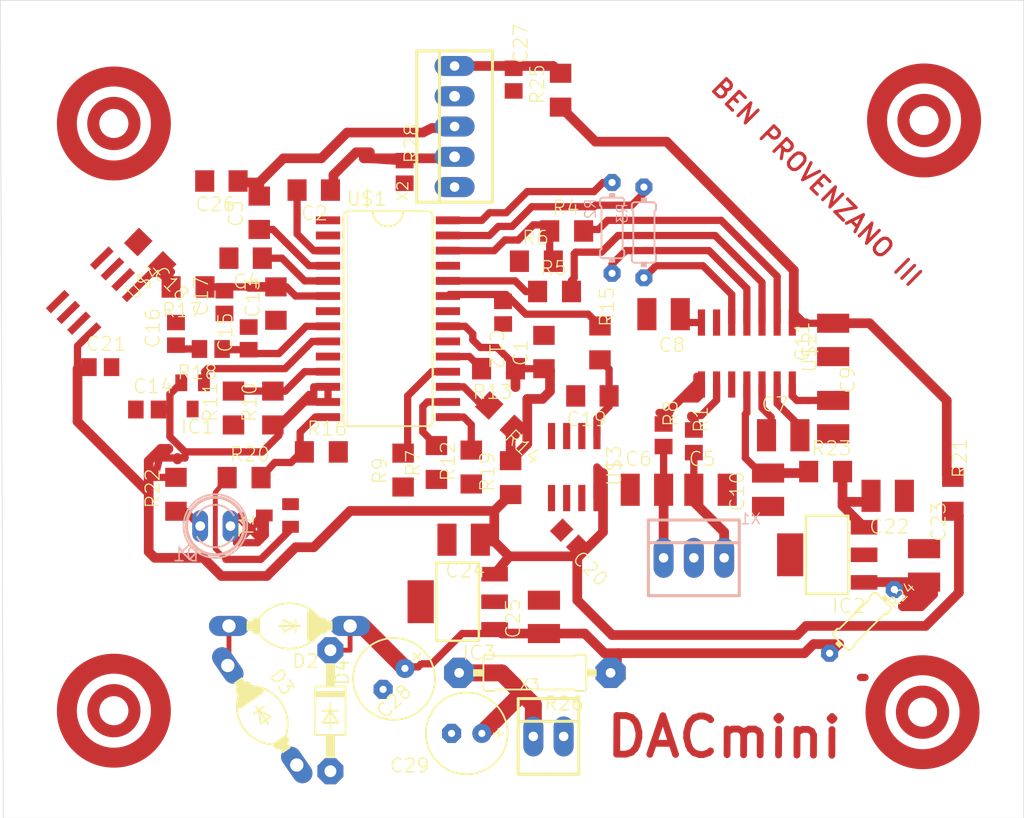
<source format=kicad_pcb>
(kicad_pcb (version 20211014) (generator pcbnew)
  (layers (0 "F.Cu" signal) (31 "B.Cu" signal) (34 "B.Paste" user) (35 "F.Paste" user) (36 "B.SilkS" user "B.Silkscreen") (37 "F.SilkS" user "F.Silkscreen") (38 "B.Mask" user) (39 "F.Mask" user) (44 "Edge.Cuts" user))
  (net 0 "")
  (net 1 "GND")
  (net 2 "N$1")
  (net 3 "N$2")
  (net 4 "N$5")
  (net 5 "N$6")
  (net 6 "N$4")
  (net 7 "N$7")
  (net 8 "N$8")
  (net 9 "N$9")
  (net 10 "N$10")
  (net 11 "N$11")
  (net 12 "N$12")
  (net 13 "N$13")
  (net 14 "N$14")
  (net 15 "N$15")
  (net 16 "N$16")
  (net 17 "N$17")
  (net 18 "N$18")
  (net 19 "N$20")
  (net 20 "N$21")
  (net 21 "N$22")
  (net 22 "N$23")
  (net 23 "N$25")
  (net 24 "N$26")
  (net 25 "N$19")
  (net 26 "N$24")
  (net 27 "N$28")
  (net 28 "N$30")
  (net 29 "N$34")
  (net 30 "N$35")
  (net 31 "N$36")
  (net 32 "N$3")
  (net 33 "N$31")
  (net 34 "N$33")
  (net 35 "N$37")
  (net 36 "N$27")
  (net 37 "N$29")
  (net 38 "N$38")
  (net 39 "N$39")
  (net 40 "N$40")
  (net 41 "N$42")
  (net 42 "N$32")
  (net 43 "N$43")
  (net 44 "N$45")
  (net 45 "N$44")
  (net 46 "N$46")
  (net 47 "N$47")
  (net 48 "N$41")
  (net 49 "N$48")
  (net 50 "N$49")
  (footprint "DAC-v1:R1206" (layer "F.Cu") (at 150.5431 92.5831)
    (fp_text reference "R6")
    (fp_text value "47k")
  )
  (footprint "DAC-v1:R1206" (layer "F.Cu") (at 125.1431 104.9021 90)
    (fp_text reference "R11")
    (fp_text value "0")
  )
  (footprint "DAC-v1:SOT223" (layer "F.Cu") (at 143.9391 121.1581 90)
    (fp_text reference "IC3")
    (fp_text value "LT1129-5")
  )
  (footprint "DAC-v1:R0805" (layer "F.Cu") (at 161.2111 107.1881 -90)
    (fp_text reference "R8")
    (fp_text value "470R")
  )
  (footprint "DAC-v1:R1206" (layer "F.Cu") (at 153.0831 90.0431)
    (fp_text reference "R4")
    (fp_text value "33R")
  )
  (footprint "DAC-v1:C0805" (layer "F.Cu") (at 117.9041 105.0291)
    (fp_text reference "C14")
    (fp_text value ".1")
  )
  (footprint "DAC-v1:R1206" (layer "F.Cu") (at 126.0321 110.7441)
    (fp_text reference "R20")
    (fp_text value "47k")
  )
  (footprint "DAC-v1:0309_12" (layer "F.Cu") (at 150.4161 127.1271 180)
    (fp_text reference "R26")
    (fp_text value "10R")
  )
  (footprint "DAC-v1:C1210" (layer "F.Cu") (at 159.8141 111.7601)
    (fp_text reference "C6")
    (fp_text value "2n2")
  )
  (footprint "DAC-v1:SO-08" (layer "F.Cu") (at 153.7181 109.8551 180)
    (fp_text reference "U$3")
    (fp_text value "LE33")
  )
  (footprint "DAC-v1:C1210" (layer "F.Cu") (at 151.1781 122.4281 90)
    (fp_text reference "C25")
    (fp_text value ".1")
  )
  (footprint "DAC-v1:SOT223" (layer "F.Cu") (at 174.9271 117.2211 90)
    (fp_text reference "IC2")
    (fp_text value "LT1129-5")
  )
  (footprint "DAC-v1:C0805" (layer "F.Cu") (at 120.3171 98.6791 90)
    (fp_text reference "C16")
    (fp_text value "22nF")
  )
  (footprint "DAC-v1:C0805" (layer "F.Cu") (at 126.4131 99.0601 90)
    (fp_text reference "C15")
    (fp_text value "1nF")
  )
  (footprint "DAC-v1:DO41-10" (layer "F.Cu") (at 133.2711 130.3021 -90)
    (fp_text reference "D4")
    (fp_text value "1N4007")
  )
  (footprint "DAC-v1:E2,5-7" (layer "F.Cu") (at 138.6051 127.6351 -136.2)
    (fp_text reference "C28")
    (fp_text value "100uF")
  )
  (footprint "DAC-v1:C1206" (layer "F.Cu") (at 118.1581 91.9481 135.8)
    (fp_text reference "C18")
    (fp_text value "10uF")
  )
  (footprint "DAC-v1:C1210" (layer "F.Cu") (at 161.2111 97.0281 180)
    (fp_text reference "C8")
    (fp_text value "2u2")
  )
  (footprint "DAC-v1:R1206" (layer "F.Cu") (at 155.8771 99.4411 -90)
    (fp_text reference "R15")
    (fp_text value "FB")
  )
  (footprint "DAC-v1:C1210" (layer "F.Cu") (at 175.4351 99.1871 90)
    (fp_text reference "C11")
    (fp_text value ".1")
  )
  (footprint "DAC-v1:SO-08" (layer "F.Cu") (at 113.5861 95.5041 134.6)
    (fp_text reference "U$4")
    (fp_text value "LE33")
  )
  (footprint "DAC-v1:C0805" (layer "F.Cu") (at 113.9671 101.4731)
    (fp_text reference "C21")
    (fp_text value ".1")
  )
  (footprint "DAC-v1:C1206" (layer "F.Cu") (at 126.1591 92.3291 180)
    (fp_text reference "C4")
    (fp_text value "10nF")
  )
  (footprint "DAC-v1:C1210" (layer "F.Cu") (at 144.4471 115.9511 180)
    (fp_text reference "C24")
    (fp_text value "10u")
  )
  (footprint "DAC-v1:C0805" (layer "F.Cu") (at 147.7491 96.9011 90.4)
    (fp_text reference "C12")
    (fp_text value ".1")
  )
  (footprint "DAC-v1:R1206" (layer "F.Cu") (at 147.3681 101.6001 180)
    (fp_text reference "R13")
    (fp_text value "47k")
  )
  (footprint "DAC-v1:C1206" (layer "F.Cu") (at 128.6991 96.1391 90)
    (fp_text reference "C13")
    (fp_text value "1nF")
  )
  (footprint "DAC-v1:SO-14" (layer "F.Cu") (at 160.5761 96.5201 180)
    (fp_text reference "U$2")
    (fp_text value "C4354")
  )
  (footprint "DAC-v1:R1206" (layer "F.Cu") (at 145.0821 109.8551 90)
    (fp_text reference "R12")
    (fp_text value "47k")
  )
  (footprint "DAC-v1:C1206" (layer "F.Cu") (at 155.2421 103.8861 180)
    (fp_text reference "C19")
    (fp_text value "10uF")
  )
  (footprint "DAC-v1:C1210" (layer "F.Cu") (at 180.0071 112.2681 180)
    (fp_text reference "C22")
    (fp_text value "10u")
  )
  (footprint "DAC-v1:C1210" (layer "F.Cu") (at 169.9741 111.7601 90)
    (fp_text reference "C10")
    (fp_text value ".1")
  )
  (footprint "DAC-v1:R1206" (layer "F.Cu") (at 120.3171 112.1411 90)
    (fp_text reference "R22")
    (fp_text value "2k2")
  )
  (footprint "DAC-v1:R1206" (layer "F.Cu") (at 152.0671 95.1231)
    (fp_text reference "R5")
    (fp_text value "33R")
  )
  (footprint "DAC-v1:22-23-2051" (layer "F.Cu") (at 143.6851 81.2801 90)
    (fp_text reference "X2")
    (fp_text value "INPUT")
  )
  (footprint "DAC-v1:DO204-10" (layer "F.Cu") (at 127.5561 130.6831 -55.3)
    (fp_text reference "D3")
    (fp_text value "8V5-TVS")
  )
  (footprint "DAC-v1:C1206" (layer "F.Cu") (at 131.8741 86.6141 180)
    (fp_text reference "C2")
    (fp_text value "10nF")
  )
  (footprint "DAC-v1:C1206" (layer "F.Cu") (at 127.3021 88.5191 90)
    (fp_text reference "C3")
    (fp_text value "10nF")
  )
  (footprint "DAC-v1:SOT23" (layer "F.Cu") (at 128.8261 113.9191 90)
    (fp_text reference "T1")
    (fp_text value "BC846")
  )
  (footprint "DAC-v1:C1210" (layer "F.Cu") (at 165.1481 111.7601)
    (fp_text reference "C5")
    (fp_text value "2n2")
  )
  (footprint "DAC-v1:SO28L" (layer "F.Cu") (at 138.0971 97.4091 -90)
    (fp_text reference "U$1")
    (fp_text value "CS8416")
  )
  (footprint "DAC-v1:C0805" (layer "F.Cu") (at 148.6381 77.3431 -90)
    (fp_text reference "C27")
    (fp_text value ".1")
  )
  (footprint "DAC-v1:R1206" (layer "F.Cu") (at 185.4681 112.1411 -90)
    (fp_text reference "R21")
    (fp_text value "FB")
  )
  (footprint "DAC-v1:SOT23" (layer "F.Cu") (at 121.7141 103.8861 180)
    (fp_text reference "IC1")
    (fp_text value "MCP130T-485")
  )
  (footprint "DAC-v1:E2,5-7" (layer "F.Cu") (at 144.7011 132.2071 180)
    (fp_text reference "C29")
    (fp_text value "100uF")
  )
  (footprint "DAC-v1:R1206" (layer "F.Cu") (at 174.8001 110.2361)
    (fp_text reference "R23")
    (fp_text value "FB")
  )
  (footprint "DAC-v1:C0805" (layer "F.Cu") (at 124.3811 96.0121 90)
    (fp_text reference "C17")
    (fp_text value ".1")
  )
  (footprint "DAC-v1:R0805" (layer "F.Cu") (at 163.7511 107.6961 -90)
    (fp_text reference "R1")
    (fp_text value "470R")
  )
  (footprint "DAC-v1:R1206" (layer "F.Cu") (at 139.3671 110.1091 90)
    (fp_text reference "R9")
    (fp_text value "47k")
  )
  (footprint "DAC-v1:C1210" (layer "F.Cu") (at 171.2441 107.1881)
    (fp_text reference "C7")
    (fp_text value "2u2")
  )
  (footprint "DAC-v1:R0805" (layer "F.Cu") (at 139.4941 85.0901 -90)
    (fp_text reference "R28")
    (fp_text value "75")
  )
  (footprint "DAC-v1:R1206" (layer "F.Cu") (at 128.4451 104.9021 90)
    (fp_text reference "R10")
    (fp_text value "DNP")
  )
  (footprint "DAC-v1:R1206" (layer "F.Cu") (at 121.3331 94.7421 180)
    (fp_text reference "R17")
    (fp_text value "FB")
  )
  (footprint "DAC-v1:C1206" (layer "F.Cu") (at 151.1781 100.2031 90)
    (fp_text reference "C1")
    (fp_text value ".1")
  )
  (footprint "DAC-v1:R0805" (layer "F.Cu") (at 123.2381 99.9491 180)
    (fp_text reference "R18")
    (fp_text value "3k")
  )
  (footprint "DAC-v1:C1210" (layer "F.Cu") (at 175.4351 105.6641 -90)
    (fp_text reference "C9")
    (fp_text value "2u2")
  )
  (footprint "DAC-v1:R1206" (layer "F.Cu") (at 142.1611 109.4741 90)
    (fp_text reference "R7")
    (fp_text value "47k")
  )
  (footprint "DAC-v1:R1206" (layer "F.Cu") (at 148.3841 110.7441 90)
    (fp_text reference "R19")
    (fp_text value "FB")
  )
  (footprint "DAC-v1:R1206" (layer "F.Cu") (at 152.5751 78.2321 90)
    (fp_text reference "R25")
    (fp_text value "47uH")
  )
  (footprint "DAC-v1:C1210" (layer "F.Cu") (at 183.0551 118.1101 -90)
    (fp_text reference "C23")
    (fp_text value ".1")
  )
  (footprint "DAC-v1:DO204-10" (layer "F.Cu") (at 129.8421 123.1901 180)
    (fp_text reference "D2")
    (fp_text value "5V-TVS")
  )
  (footprint "DAC-v1:0204_7" (layer "F.Cu") (at 177.8481 122.8091 -135.4)
    (fp_text reference "R24")
    (fp_text value "0")
  )
  (footprint "DAC-v1:C0805" (layer "F.Cu") (at 153.3371 115.8241 135)
    (fp_text reference "C20")
    (fp_text value ".1")
  )
  (footprint "DAC-v1:R1206" (layer "F.Cu") (at 132.5091 108.5851)
    (fp_text reference "R16")
    (fp_text value "47k")
  )
  (footprint "DAC-v1:R1206" (layer "F.Cu") (at 147.6221 105.6641 136.6)
    (fp_text reference "R14")
    (fp_text value "47k")
  )
  (footprint "DAC-v1:C1206" (layer "F.Cu") (at 124.1271 85.8521 180)
    (fp_text reference "C26")
    (fp_text value "30pF")
  )
  (footprint "DAC-v1:22-23-2021" (layer "F.Cu") (at 151.5591 132.4611)
    (fp_text reference "X3")
    (fp_text value "12V")
  )
  (footprint "DAC-v1:SFH482" (layer "B.Cu") (at 123.6191 114.8081)
    (fp_text reference "D1")
    (fp_text value "RED")
  )
  (footprint "DAC-v1:0204_7" (layer "B.Cu") (at 156.8931 89.7891 -90)
    (fp_text reference "R2")
    (fp_text value "33R")
  )
  (footprint "DAC-v1:22-23-2031" (layer "B.Cu") (at 163.7511 117.4751 180)
    (fp_text reference "X1")
    (fp_text value "AUDIO_OUT")
  )
  (footprint "DAC-v1:0204_7" (layer "B.Cu") (at 159.5601 90.1701 -90)
    (fp_text reference "R3")
    (fp_text value "33R")
  )
  (gr_circle (center 183.0551 80.7721) (end 184.782484 80.7721) (layer "F.Cu") (width 1.016) (fill none))
  (gr_circle (center 183.0551 80.7721) (end 186.998237 80.7721) (layer "F.Cu") (width 1.6764) (fill none))
  (gr_circle (center 182.9281 130.4291) (end 184.655484 130.4291) (layer "F.Cu") (width 1.016) (fill none))
  (gr_circle (center 182.9281 130.4291) (end 186.871237 130.4291) (layer "F.Cu") (width 1.6764) (fill none))
  (gr_circle (center 115.1101 81.0261) (end 119.053237 81.0261) (layer "F.Cu") (width 1.6764) (fill none))
  (gr_circle (center 115.1101 81.0261) (end 116.837484 81.0261) (layer "F.Cu") (width 1.016) (fill none))
  (gr_circle (center 115.1101 130.3021) (end 116.837484 130.3021) (layer "F.Cu") (width 1.016) (fill none))
  (gr_circle (center 115.1101 130.3021) (end 119.053237 130.3021) (layer "F.Cu") (width 1.6764) (fill none))
  (gr_line (start 105.5851 70.6881) (end 105.8391 139.3191) (layer "Edge.Cuts") (width 0.05))
  (gr_line (start 191.4171 70.6881) (end 105.5851 70.6881) (layer "Edge.Cuts") (width 0.05))
  (gr_line (start 191.4171 139.3191) (end 191.4171 70.6881) (layer "Edge.Cuts") (width 0.05))
  (gr_line (start 105.8391 139.3191) (end 191.4171 139.3191) (layer "Edge.Cuts") (width 0.05))
  (gr_text "DACmini" (at 156.1311 134.3661 359.7) (layer "F.Cu") (effects (font (size 3.2385 3.2385) (thickness 0.5715)) (justify left bottom)))
  (gr_text "BEN PROVENZANO III" (at 164.8941 78.1051 315.2) (layer "F.Cu") (effects (font (size 1.5113 1.5113) (thickness 0.2667)) (justify left bottom)))
  (segment (start 131.7471 99.3141) (end 133.0679 99.3141) (width 0.6096) (layer "F.Cu") (net 2))
  (segment (start 122.9841 101.6001) (end 129.4611 101.6001) (width 0.6096) (layer "F.Cu") (net 2))
  (segment (start 122.7301 102.7201) (end 122.7301 101.8541) (width 0.6096) (layer "F.Cu") (net 2))
  (segment (start 122.7301 101.8541) (end 122.9841 101.6001) (width 0.6096) (layer "F.Cu") (net 2))
  (segment (start 129.4611 101.6001) (end 131.7471 99.3141) (width 0.6096) (layer "F.Cu") (net 2))
  (segment (start 122.6641 102.7861) (end 122.7301 102.7201) (width 0.6096) (layer "F.Cu") (net 2))
  (segment (start 151.3051 89.5351) (end 151.6611 89.8911) (width 0.6096) (layer "F.Cu") (net 3))
  (segment (start 151.9651 92.5831) (end 151.6611 92.2791) (width 0.6096) (layer "F.Cu") (net 3))
  (segment (start 143.127343 91.693057) (end 146.999959 91.707441) (width 0.6096) (layer "F.Cu") (net 3))
  (segment (start 150.2891 89.5351) (end 151.3051 89.5351) (width 0.6096) (layer "F.Cu") (net 3))
  (segment (start 151.6611 89.8911) (end 151.6611 90.0431) (width 0.6096) (layer "F.Cu") (net 3))
  (segment (start 146.999959 91.707441) (end 147.91595 90.791441) (width 0.6096) (layer "F.Cu") (net 3))
  (segment (start 147.91595 90.791441) (end 147.929609 90.8051) (width 0.6096) (layer "F.Cu") (net 3))
  (segment (start 147.929609 90.8051) (end 149.0191 90.8051) (width 0.6096) (layer "F.Cu") (net 3))
  (segment (start 143.1263 91.6941) (end 143.127343 91.693057) (width 0.6096) (layer "F.Cu") (net 3))
  (segment (start 151.6611 92.2791) (end 151.6611 90.0431) (width 0.6096) (layer "F.Cu") (net 3))
  (segment (start 149.0191 90.8051) (end 150.2891 89.5351) (width 0.6096) (layer "F.Cu") (net 3))
  (segment (start 146.6061 90.4241) (end 147.3681 89.6621) (width 0.6096) (layer "F.Cu") (net 4))
  (segment (start 147.3681 89.6621) (end 148.5111 89.6621) (width 0.6096) (layer "F.Cu") (net 4))
  (segment (start 159.5601 86.8681) (end 159.5601 86.3601) (width 0.6096) (layer "F.Cu") (net 4))
  (segment (start 155.3691 88.0111) (end 155.4961 87.8841) (width 0.6096) (layer "F.Cu") (net 4))
  (segment (start 155.4961 87.8841) (end 158.5441 87.8841) (width 0.6096) (layer "F.Cu") (net 4))
  (segment (start 150.1621 88.0111) (end 155.3691 88.0111) (width 0.6096) (layer "F.Cu") (net 4))
  (segment (start 143.1263 90.4241) (end 146.6061 90.4241) (width 0.6096) (layer "F.Cu") (net 4))
  (segment (start 148.5111 89.6621) (end 150.1621 88.0111) (width 0.6096) (layer "F.Cu") (net 4))
  (segment (start 158.5441 87.8841) (end 159.5601 86.8681) (width 0.6096) (layer "F.Cu") (net 4))
  (segment (start 143.3041 89.1541) (end 143.1263 89.1541) (width 0.6096) (layer "F.Cu") (net 5))
  (segment (start 155.3691 86.7411) (end 156.1311 85.9791) (width 0.6096) (layer "F.Cu") (net 5))
  (segment (start 146.6061 88.5191) (end 145.9711 89.1541) (width 0.6096) (layer "F.Cu") (net 5))
  (segment (start 145.9711 89.1541) (end 143.1263 89.1541) (width 0.6096) (layer "F.Cu") (net 5))
  (segment (start 156.1311 85.9791) (end 156.8931 85.9791) (width 0.6096) (layer "F.Cu") (net 5))
  (segment (start 149.7811 86.7411) (end 155.3691 86.7411) (width 0.6096) (layer "F.Cu") (net 5))
  (segment (start 148.0031 88.5191) (end 146.6061 88.5191) (width 0.6096) (layer "F.Cu") (net 5))
  (segment (start 149.7811 86.7411) (end 148.0031 88.5191) (width 0.6096) (layer "F.Cu") (net 5))
  (segment (start 143.1263 94.2341) (end 148.7651 94.2341) (width 0.6096) (layer "F.Cu") (net 6))
  (segment (start 149.6541 95.1231) (end 150.6451 95.1231) (width 0.6096) (layer "F.Cu") (net 6))
  (segment (start 148.7651 94.2341) (end 149.6541 95.1231) (width 0.6096) (layer "F.Cu") (net 6))
  (segment (start 165.0211 91.6941) (end 158.0361 91.6941) (width 0.6096) (layer "F.Cu") (net 7))
  (segment (start 156.8931 93.5991) (end 156.8931 92.8371) (width 0.6096) (layer "F.Cu") (net 7))
  (segment (start 156.8931 92.8371) (end 158.0361 91.6941) (width 0.6096) (layer "F.Cu") (net 7))
  (segment (start 168.1961 94.8691) (end 165.0211 91.6941) (width 0.6096) (layer "F.Cu") (net 7))
  (segment (start 168.1961 97.7301) (end 168.1961 94.8691) (width 0.6096) (layer "F.Cu") (net 7))
  (segment (start 166.9261 97.7301) (end 166.9261 95.3771) (width 0.6096) (layer "F.Cu") (net 8))
  (segment (start 164.5131 92.9641) (end 160.5761 92.9641) (width 0.6096) (layer "F.Cu") (net 8))
  (segment (start 166.9261 95.3771) (end 164.5131 92.9641) (width 0.6096) (layer "F.Cu") (net 8))
  (segment (start 159.5601 93.9801) (end 160.5761 92.9641) (width 0.6096) (layer "F.Cu") (net 8))
  (segment (start 166.0371 89.1541) (end 170.7361 93.8531) (width 0.6096) (layer "F.Cu") (net 9))
  (segment (start 154.5051 90.0431) (end 154.6321 89.9161) (width 0.6096) (layer "F.Cu") (net 9))
  (segment (start 170.7361 93.8531) (end 170.7361 97.7301) (width 0.6096) (layer "F.Cu") (net 9))
  (segment (start 155.7501 89.9161) (end 156.5121 89.1541) (width 0.6096) (layer "F.Cu") (net 9))
  (segment (start 154.6321 89.9161) (end 155.7501 89.9161) (width 0.6096) (layer "F.Cu") (net 9))
  (segment (start 156.5121 89.1541) (end 166.0371 89.1541) (width 0.6096) (layer "F.Cu") (net 9))
  (segment (start 153.7181 93.9801) (end 153.7181 91.9481) (width 0.6096) (layer "F.Cu") (net 10))
  (segment (start 169.4661 94.3611) (end 169.4661 97.7301) (width 0.6096) (layer "F.Cu") (net 10))
  (segment (start 153.7181 91.9481) (end 153.8451 91.8211) (width 0.6096) (layer "F.Cu") (net 10))
  (segment (start 165.5291 90.4241) (end 169.4661 94.3611) (width 0.6096) (layer "F.Cu") (net 10))
  (segment (start 153.4891 94.2091) (end 153.7181 93.9801) (width 0.6096) (layer "F.Cu") (net 10))
  (segment (start 156.0041 91.8211) (end 157.4011 90.4241) (width 0.6096) (layer "F.Cu") (net 10))
  (segment (start 153.4891 95.1231) (end 153.4891 94.2091) (width 0.6096) (layer "F.Cu") (net 10))
  (segment (start 153.8451 91.8211) (end 156.0041 91.8211) (width 0.6096) (layer "F.Cu") (net 10))
  (segment (start 157.4011 90.4241) (end 165.5291 90.4241) (width 0.6096) (layer "F.Cu") (net 10))
  (segment (start 141.0181 106.9091) (end 141.0181 104.7751) (width 0.6096) (layer "F.Cu") (net 11))
  (segment (start 141.3991 104.3941) (end 143.1263 104.3941) (width 0.6096) (layer "F.Cu") (net 11))
  (segment (start 141.0181 104.7751) (end 141.3991 104.3941) (width 0.6096) (layer "F.Cu") (net 11))
  (segment (start 142.1611 108.0521) (end 141.0181 106.9091) (width 0.6096) (layer "F.Cu") (net 11))
  (segment (start 131.4931 92.9641) (end 128.4481 89.9191) (width 0.6096) (layer "F.Cu") (net 12))
  (segment (start 133.0679 92.9641) (end 131.4931 92.9641) (width 0.6096) (layer "F.Cu") (net 12))
  (segment (start 128.4481 89.9191) (end 127.3021 89.9191) (width 0.6096) (layer "F.Cu") (net 12))
  (segment (start 131.8741 91.6941) (end 130.4771 90.2971) (width 0.6096) (layer "F.Cu") (net 13))
  (segment (start 133.0679 91.6941) (end 131.8741 91.6941) (width 0.6096) (layer "F.Cu") (net 13))
  (segment (start 130.4771 90.2971) (end 130.4771 88.6431) (width 0.6096) (layer "F.Cu") (net 13))
  (segment (start 130.4771 88.6431) (end 130.4741 86.6141) (width 0.6096) (layer "F.Cu") (net 13))
  (segment (start 133.0679 94.2341) (end 131.1121 94.2341) (width 0.6096) (layer "F.Cu") (net 14))
  (segment (start 131.1121 94.2341) (end 129.2071 92.3291) (width 0.6096) (layer "F.Cu") (net 14))
  (segment (start 129.2071 92.3291) (end 127.5591 92.3291) (width 0.6096) (layer "F.Cu") (net 14))
  (segment (start 163.8781 106.0451) (end 163.7511 106.7461) (width 0.6096) (layer "F.Cu") (net 15))
  (segment (start 165.6561 104.2421) (end 165.6561 102.9301) (width 0.6096) (layer "F.Cu") (net 15))
  (segment (start 163.4971 105.5371) (end 163.4971 105.6641) (width 0.6096) (layer "F.Cu") (net 15))
  (segment (start 163.4971 105.6641) (end 163.8781 106.0451) (width 0.6096) (layer "F.Cu") (net 15))
  (segment (start 165.6561 104.2421) (end 164.3611 105.5371) (width 0.6096) (layer "F.Cu") (net 15))
  (segment (start 164.3611 105.5371) (end 163.4971 105.5371) (width 0.6096) (layer "F.Cu") (net 15))
  (segment (start 164.0051 102.8881) (end 164.0051 102.2351) (width 0.6096) (layer "F.Cu") (net 16))
  (segment (start 164.0471 102.9301) (end 164.3861 102.9301) (width 0.6096) (layer "F.Cu") (net 16))
  (segment (start 161.7191 105.2831) (end 161.7191 105.1561) (width 0.6096) (layer "F.Cu") (net 16))
  (segment (start 164.1575 103.2003) (end 164.0051 103.1241) (width 0.6096) (layer "F.Cu") (net 16))
  (segment (start 164.3861 103.7591) (end 164.3861 102.7431) (width 0.6096) (layer "F.Cu") (net 16))
  (segment (start 164.2591 103.2511) (end 164.1575 103.2003) (width 0.6096) (layer "F.Cu") (net 16))
  (segment (start 164.1575 102.9717) (end 164.1575 103.2003) (width 0.6096) (layer "F.Cu") (net 16))
  (segment (start 161.7191 105.1561) (end 162.7351 104.1401) (width 0.6096) (layer "F.Cu") (net 16))
  (segment (start 161.7191 105.2831) (end 161.5921 105.4101) (width 0.6096) (layer "F.Cu") (net 16))
  (segment (start 164.0471 102.9301) (end 164.0051 102.8881) (width 0.6096) (layer "F.Cu") (net 16))
  (segment (start 164.1321 103.6321) (end 164.2591 103.2511) (width 0.6096) (layer "F.Cu") (net 16))
  (segment (start 164.0051 102.8881) (end 163.8781 102.8701) (width 0.6096) (layer "F.Cu") (net 16))
  (segment (start 163.8781 102.8701) (end 161.4651 105.2831) (width 0.6096) (layer "F.Cu") (net 16))
  (segment (start 160.8301 105.2831) (end 161.4651 105.2831) (width 0.6096) (layer "F.Cu") (net 16))
  (segment (start 164.0051 104.1401) (end 164.3861 103.7591) (width 0.6096) (layer "F.Cu") (net 16))
  (segment (start 161.4651 105.2831) (end 161.7191 105.2831) (width 0.6096) (layer "F.Cu") (net 16))
  (segment (start 164.0051 103.1241) (end 163.4971 103.5051) (width 0.6096) (layer "F.Cu") (net 16))
  (segment (start 161.2111 105.6641) (end 161.2111 106.2381) (width 0.6096) (layer "F.Cu") (net 16))
  (segment (start 163.4971 103.5051) (end 163.2431 103.6321) (width 0.6096) (layer "F.Cu") (net 16))
  (segment (start 164.3861 102.7431) (end 164.1575 102.9717) (width 0.6096) (layer "F.Cu") (net 16))
  (segment (start 161.5921 105.4101) (end 161.4651 105.4101) (width 0.6096) (layer "F.Cu") (net 16))
  (segment (start 162.7351 104.1401) (end 164.0051 104.1401) (width 0.6096) (layer "F.Cu") (net 16))
  (segment (start 161.4651 105.4101) (end 161.2111 105.6641) (width 0.6096) (layer "F.Cu") (net 16))
  (segment (start 163.2431 103.6321) (end 164.1321 103.6321) (width 0.6096) (layer "F.Cu") (net 16))
  (segment (start 163.7481 109.2481) (end 163.7481 111.7601) (width 0.6096) (layer "F.Cu") (net 17))
  (segment (start 166.2911 117.4751) (end 166.2911 115.3161) (width 0.8128) (layer "F.Cu") (net 17))
  (segment (start 166.2911 115.3161) (end 163.7481 112.7731) (width 0.8128) (layer "F.Cu") (net 17))
  (segment (start 163.7481 112.7731) (end 163.7481 111.7601) (width 0.8128) (layer "F.Cu") (net 17))
  (segment (start 163.7511 108.6461) (end 163.7481 109.2481) (width 0.6096) (layer "F.Cu") (net 17))
  (segment (start 161.2111 117.4751) (end 161.2141 117.4721) (width 0.8128) (layer "F.Cu") (net 18))
  (segment (start 161.2141 108.6131) (end 161.2141 111.7601) (width 0.6096) (layer "F.Cu") (net 18))
  (segment (start 161.2111 108.1381) (end 161.2141 108.6131) (width 0.6096) (layer "F.Cu") (net 18))
  (segment (start 161.2141 117.4721) (end 161.2141 111.7601) (width 0.8128) (layer "F.Cu") (net 18))
  (segment (start 172.6441 106.4291) (end 172.6441 107.1881) (width 0.6096) (layer "F.Cu") (net 19))
  (segment (start 170.7361 102.9301) (end 170.7361 104.5211) (width 0.6096) (layer "F.Cu") (net 19))
  (segment (start 170.7361 104.5211) (end 172.6441 106.4291) (width 0.6096) (layer "F.Cu") (net 19))
  (segment (start 169.8471 107.1881) (end 169.8441 107.1881) (width 0.6096) (layer "F.Cu") (net 20))
  (segment (start 169.4661 102.9301) (end 169.4661 104.9021) (width 0.6096) (layer "F.Cu") (net 20))
  (segment (start 169.4661 104.9021) (end 170.2281 105.6641) (width 0.6096) (layer "F.Cu") (net 20))
  (segment (start 170.2281 105.6641) (end 170.2281 106.8071) (width 0.6096) (layer "F.Cu") (net 20))
  (segment (start 170.2281 106.8071) (end 169.8471 107.1881) (width 0.6096) (layer "F.Cu") (net 20))
  (segment (start 172.3871 104.2671) (end 172.0061 103.8861) (width 0.6096) (layer "F.Cu") (net 21))
  (segment (start 172.0061 103.8861) (end 172.0061 102.9301) (width 0.6096) (layer "F.Cu") (net 21))
  (segment (start 173.3371 104.2671) (end 172.3871 104.2671) (width 0.6096) (layer "F.Cu") (net 21))
  (segment (start 173.3401 104.2641) (end 175.4351 104.2641) (width 0.6096) (layer "F.Cu") (net 21))
  (segment (start 173.3401 104.2641) (end 173.3371 104.2671) (width 0.6096) (layer "F.Cu") (net 21))
  (segment (start 162.6111 97.0281) (end 163.3131 97.7301) (width 0.6096) (layer "F.Cu") (net 22))
  (segment (start 163.3131 97.7301) (end 164.3861 97.7301) (width 0.6096) (layer "F.Cu") (net 22))
  (segment (start 161.4651 82.5501) (end 155.4961 82.5501) (width 0.8128) (layer "F.Cu") (net 23))
  (segment (start 152.6001 79.6541) (end 152.5751 79.6541) (width 0.8128) (layer "F.Cu") (net 23))
  (segment (start 172.1331 93.3451) (end 161.4651 82.5501) (width 0.8128) (layer "F.Cu") (net 23))
  (segment (start 184.9601 110.4901) (end 185.1891 110.7191) (width 0.8128) (layer "F.Cu") (net 23))
  (segment (start 178.4801 97.7871) (end 184.9601 104.2671) (width 0.8128) (layer "F.Cu") (net 23))
  (segment (start 173.1491 97.7871) (end 175.4351 97.7871) (width 0.6096) (layer "F.Cu") (net 23))
  (segment (start 172.1331 97.0281) (end 172.8921 97.7871) (width 0.8128) (layer "F.Cu") (net 23))
  (segment (start 172.0061 97.7301) (end 172.0631 97.7871) (width 0.6096) (layer "F.Cu") (net 23))
  (segment (start 155.4961 82.5501) (end 152.6001 79.6541) (width 0.8128) (layer "F.Cu") (net 23))
  (segment (start 178.4801 97.7871) (end 175.4351 97.7871) (width 0.8128) (layer "F.Cu") (net 23))
  (segment (start 172.0631 97.7871) (end 173.1491 97.7871) (width 0.6096) (layer "F.Cu") (net 23))
  (segment (start 185.1891 110.7191) (end 185.4681 110.7191) (width 0.8128) (layer "F.Cu") (net 23))
  (segment (start 172.1331 93.3451) (end 172.1331 97.0281) (width 0.8128) (layer "F.Cu") (net 23))
  (segment (start 172.8921 97.7871) (end 173.1491 97.7871) (width 0.8128) (layer "F.Cu") (net 23))
  (segment (start 184.9601 104.2671) (end 184.9601 110.4901) (width 0.8128) (layer "F.Cu") (net 23))
  (segment (start 168.1961 105.2831) (end 168.0691 105.4101) (width 0.6096) (layer "F.Cu") (net 24))
  (segment (start 169.3361 110.3601) (end 169.9741 110.3601) (width 0.6096) (layer "F.Cu") (net 24))
  (segment (start 173.3781 110.2361) (end 173.2541 110.3601) (width 0.8128) (layer "F.Cu") (net 24))
  (segment (start 168.0691 105.4101) (end 168.0691 109.0931) (width 0.6096) (layer "F.Cu") (net 24))
  (segment (start 173.2541 110.3601) (end 169.9741 110.3601) (width 0.8128) (layer "F.Cu") (net 24))
  (segment (start 168.1961 102.9301) (end 168.1961 105.2831) (width 0.6096) (layer "F.Cu") (net 24))
  (segment (start 168.0691 109.0931) (end 169.3361 110.3601) (width 0.6096) (layer "F.Cu") (net 24))
  (segment (start 124.126787 94.807788) (end 124.126787 94.740985) (width 0.6096) (layer "F.Cu") (net 25))
  (segment (start 129.5851 94.7391) (end 128.6991 94.7391) (width 0.6096) (layer "F.Cu") (net 25))
  (segment (start 130.3501 95.5041) (end 129.5851 94.7391) (width 0.6096) (layer "F.Cu") (net 25))
  (segment (start 126.4411 94.7391) (end 128.6991 94.7391) (width 0.8128) (layer "F.Cu") (net 25))
  (segment (start 133.0679 95.5041) (end 130.3501 95.5041) (width 0.6096) (layer "F.Cu") (net 25))
  (segment (start 124.3811 95.0621) (end 124.126787 94.807788) (width 0.6096) (layer "F.Cu") (net 25))
  (segment (start 124.126787 94.740985) (end 126.4411 94.7391) (width 0.6096) (layer "F.Cu") (net 25))
  (segment (start 122.7551 94.7421) (end 124.126787 94.740985) (width 0.6096) (layer "F.Cu") (net 25))
  (segment (start 149.6541 97.0281) (end 148.0031 95.3771) (width 0.6096) (layer "F.Cu") (net 26))
  (segment (start 154.8861 97.0281) (end 149.6541 97.0281) (width 0.6096) (layer "F.Cu") (net 26))
  (segment (start 143.2533 95.3771) (end 147.6221 95.3771) (width 0.6096) (layer "F.Cu") (net 26))
  (segment (start 155.8771 98.0191) (end 154.8861 97.0281) (width 0.6096) (layer "F.Cu") (net 26))
  (segment (start 147.742465 95.951125) (end 147.6221 95.83076) (width 0.6096) (layer "F.Cu") (net 26))
  (segment (start 143.1263 95.5041) (end 143.2533 95.3771) (width 0.6096) (layer "F.Cu") (net 26))
  (segment (start 147.6221 95.83076) (end 147.6221 95.3771) (width 0.6096) (layer "F.Cu") (net 26))
  (segment (start 147.6221 95.3771) (end 148.0031 95.3771) (width 0.6096) (layer "F.Cu") (net 26))
  (segment (start 139.7481 108.8141) (end 139.7481 103.8861) (width 0.6096) (layer "F.Cu") (net 27))
  (segment (start 139.3671 108.6871) (end 139.7481 108.8141) (width 0.6096) (layer "F.Cu") (net 27))
  (segment (start 141.7801 101.8541) (end 143.1263 101.8541) (width 0.6096) (layer "F.Cu") (net 27))
  (segment (start 139.7481 103.8861) (end 141.7801 101.8541) (width 0.6096) (layer "F.Cu") (net 27))
  (segment (start 131.1121 101.8541) (end 133.0679 101.8541) (width 0.6096) (layer "F.Cu") (net 28))
  (segment (start 125.1431 103.4801) (end 128.4451 103.4801) (width 0.6096) (layer "F.Cu") (net 28))
  (segment (start 128.4451 103.4801) (end 129.4861 103.4801) (width 0.6096) (layer "F.Cu") (net 28))
  (segment (start 129.4861 103.4801) (end 131.1121 101.8541) (width 0.6096) (layer "F.Cu") (net 28))
  (segment (start 143.1263 105.6641) (end 144.4471 105.6641) (width 0.6096) (layer "F.Cu") (net 29))
  (segment (start 145.0821 106.2991) (end 145.0821 108.4331) (width 0.6096) (layer "F.Cu") (net 29))
  (segment (start 144.4471 105.6641) (end 145.0821 106.2991) (width 0.6096) (layer "F.Cu") (net 29))
  (segment (start 145.9461 101.6001) (end 144.9301 100.5841) (width 0.6096) (layer "F.Cu") (net 30))
  (segment (start 144.9301 100.5841) (end 143.1263 100.5841) (width 0.6096) (layer "F.Cu") (net 30))
  (segment (start 143.1263 103.1241) (end 144.4471 103.1241) (width 0.6096) (layer "F.Cu") (net 31))
  (segment (start 146.010062 104.687063) (end 146.588909 104.687063) (width 0.6096) (layer "F.Cu") (net 31))
  (segment (start 144.4471 103.1241) (end 146.010062 104.687063) (width 0.6096) (layer "F.Cu") (net 31))
  (segment (start 120.3171 99.6291) (end 120.6371 99.9491) (width 0.6096) (layer "F.Cu") (net 32))
  (segment (start 120.6371 99.9491) (end 122.2881 99.9491) (width 0.6096) (layer "F.Cu") (net 32))
  (segment (start 128.9531 100.3301) (end 131.2391 98.0441) (width 0.6096) (layer "F.Cu") (net 33))
  (segment (start 126.4131 100.0101) (end 126.7331 100.3301) (width 0.6096) (layer "F.Cu") (net 33))
  (segment (start 131.2391 98.0441) (end 133.0679 98.0441) (width 0.6096) (layer "F.Cu") (net 33))
  (segment (start 126.7331 100.3301) (end 128.9531 100.3301) (width 0.6096) (layer "F.Cu") (net 33))
  (segment (start 124.1881 99.9491) (end 124.2491 100.0101) (width 0.6096) (layer "F.Cu") (net 33))
  (segment (start 124.2491 100.0101) (end 126.4131 100.0101) (width 0.6096) (layer "F.Cu") (net 33))
  (segment (start 119.9361 93.4721) (end 119.161771 92.924132) (width 0.6096) (layer "F.Cu") (net 34))
  (segment (start 119.8091 94.6401) (end 119.8091 93.5991) (width 0.6096) (layer "F.Cu") (net 34))
  (segment (start 118.210781 93.5991) (end 119.8091 93.5991) (width 0.6096) (layer "F.Cu") (net 34))
  (segment (start 119.8091 93.5991) (end 119.9361 93.4721) (width 0.6096) (layer "F.Cu") (net 34))
  (segment (start 119.9111 94.7421) (end 119.8091 94.6401) (width 0.6096) (layer "F.Cu") (net 34))
  (segment (start 116.774968 95.034913) (end 118.210781 93.5991) (width 0.6096) (layer "F.Cu") (net 34))
  (segment (start 156.6421 101.6281) (end 156.6421 103.8861) (width 0.6096) (layer "F.Cu") (net 35))
  (segment (start 155.6231 105.7911) (end 156.6421 104.7721) (width 0.6096) (layer "F.Cu") (net 35))
  (segment (start 156.6421 104.7721) (end 156.6421 103.8861) (width 0.6096) (layer "F.Cu") (net 35))
  (segment (start 155.6231 107.2551) (end 155.6231 105.7911) (width 0.6096) (layer "F.Cu") (net 35))
  (segment (start 155.8771 100.8631) (end 156.6421 101.6281) (width 0.6096) (layer "F.Cu") (net 35))
  (segment (start 147.2411 99.8221) (end 148.6631 101.2441) (width 0.6096) (layer "F.Cu") (net 36))
  (segment (start 145.2091 98.6791) (end 145.2091 99.1871) (width 0.6096) (layer "F.Cu") (net 36))
  (segment (start 143.1263 98.0441) (end 144.5741 98.0441) (width 0.6096) (layer "F.Cu") (net 36))
  (segment (start 148.7901 103.1491) (end 148.7901 101.6001) (width 0.8128) (layer "F.Cu") (net 36))
  (segment (start 151.6861 101.7271) (end 151.5621 101.6031) (width 0.8128) (layer "F.Cu") (net 36))
  (segment (start 149.7811 104.1401) (end 151.0511 104.1401) (width 0.8128) (layer "F.Cu") (net 36))
  (segment (start 148.6631 101.2441) (end 148.7901 101.6001) (width 0.6096) (layer "F.Cu") (net 36))
  (segment (start 148.3841 106.912329) (end 148.655287 106.641141) (width 0.8128) (layer "F.Cu") (net 36))
  (segment (start 148.7931 101.6031) (end 151.1781 101.6031) (width 0.6096) (layer "F.Cu") (net 36))
  (segment (start 148.3841 109.3221) (end 148.3841 106.912329) (width 0.8128) (layer "F.Cu") (net 36))
  (segment (start 148.3841 109.3221) (end 149.7811 107.9251) (width 0.8128) (layer "F.Cu") (net 36))
  (segment (start 151.0511 104.1401) (end 151.6861 103.5051) (width 0.8128) (layer "F.Cu") (net 36))
  (segment (start 151.6861 103.5051) (end 151.6861 101.7271) (width 0.8128) (layer "F.Cu") (net 36))
  (segment (start 149.7811 107.9251) (end 149.7811 104.1401) (width 0.8128) (layer "F.Cu") (net 36))
  (segment (start 148.3841 102.0061) (end 148.7901 101.6001) (width 0.8128) (layer "F.Cu") (net 36))
  (segment (start 151.5621 101.6031) (end 151.1781 101.6031) (width 0.8128) (layer "F.Cu") (net 36))
  (segment (start 144.5741 98.0441) (end 145.2091 98.6791) (width 0.6096) (layer "F.Cu") (net 36))
  (segment (start 145.2091 99.1871) (end 145.8441 99.8221) (width 0.6096) (layer "F.Cu") (net 36))
  (segment (start 145.8441 99.8221) (end 147.2411 99.8221) (width 0.6096) (layer "F.Cu") (net 36))
  (segment (start 148.7901 101.6001) (end 148.7931 101.6031) (width 0.6096) (layer "F.Cu") (net 36))
  (segment (start 132.0011 105.6641) (end 130.7311 106.9341) (width 0.6096) (layer "F.Cu") (net 37))
  (segment (start 133.0679 105.6641) (end 132.0011 105.6641) (width 0.6096) (layer "F.Cu") (net 37))
  (segment (start 129.9691 109.4741) (end 130.8581 108.5851) (width 0.6096) (layer "F.Cu") (net 37))
  (segment (start 130.8581 108.5851) (end 131.0871 108.5851) (width 0.6096) (layer "F.Cu") (net 37))
  (segment (start 128.5971 109.4741) (end 129.9691 109.4741) (width 0.6096) (layer "F.Cu") (net 37))
  (segment (start 130.7311 108.2291) (end 131.0871 108.5851) (width 0.6096) (layer "F.Cu") (net 37))
  (segment (start 130.7311 106.9341) (end 130.7311 108.2291) (width 0.6096) (layer "F.Cu") (net 37))
  (segment (start 127.4541 110.7441) (end 128.5971 109.4741) (width 0.6096) (layer "F.Cu") (net 37))
  (segment (start 129.9261 115.1051) (end 129.9261 114.8691) (width 0.6096) (layer "F.Cu") (net 38))
  (segment (start 123.6191 116.7131) (end 124.5081 117.6021) (width 0.4064) (layer "F.Cu") (net 38))
  (segment (start 124.6101 110.7441) (end 123.6191 111.9891) (width 0.4064) (layer "F.Cu") (net 38))
  (segment (start 123.6191 111.9891) (end 123.6191 116.7131) (width 0.4064) (layer "F.Cu") (net 38))
  (segment (start 127.4291 117.6021) (end 129.9261 115.1051) (width 0.6096) (layer "F.Cu") (net 38))
  (segment (start 124.5081 117.6021) (end 127.4291 117.6021) (width 0.6096) (layer "F.Cu") (net 38))
  (segment (start 127.3021 115.6971) (end 127.1751 115.6971) (width 0.6096) (layer "F.Cu") (net 39))
  (segment (start 127.4291 114.5541) (end 127.4291 115.5701) (width 0.6096) (layer "F.Cu") (net 39))
  (segment (start 125.3971 116.2051) (end 127.1751 114.4271) (width 0.6096) (layer "F.Cu") (net 39))
  (segment (start 127.7261 113.9191) (end 127.8101 114.0031) (width 0.6096) (layer "F.Cu") (net 39))
  (segment (start 127.8101 114.0031) (end 127.8101 115.5701) (width 0.6096) (layer "F.Cu") (net 39))
  (segment (start 125.5241 114.1731) (end 125.7781 113.9191) (width 0.6096) (layer "F.Cu") (net 39))
  (segment (start 127.1751 114.4271) (end 127.1751 114.3001) (width 0.6096) (layer "F.Cu") (net 39))
  (segment (start 127.1751 115.6971) (end 125.6511 114.1731) (width 0.6096) (layer "F.Cu") (net 39))
  (segment (start 127.1751 114.3001) (end 127.4291 114.5541) (width 0.6096) (layer "F.Cu") (net 39))
  (segment (start 127.8101 115.5701) (end 127.1751 116.2051) (width 0.6096) (layer "F.Cu") (net 39))
  (segment (start 125.6511 114.1731) (end 125.5241 114.1731) (width 0.6096) (layer "F.Cu") (net 39))
  (segment (start 124.8891 114.8081) (end 125.5241 114.1731) (width 0.6096) (layer "F.Cu") (net 39))
  (segment (start 127.4291 115.5701) (end 127.3021 115.6971) (width 0.6096) (layer "F.Cu") (net 39))
  (segment (start 127.1751 116.2051) (end 125.3971 116.2051) (width 0.6096) (layer "F.Cu") (net 39))
  (segment (start 121.1041 113.5631) (end 120.3171 113.5631) (width 0.6096) (layer "F.Cu") (net 40))
  (segment (start 122.3491 114.8081) (end 121.1041 113.5631) (width 0.6096) (layer "F.Cu") (net 40))
  (segment (start 119.8091 105.0291) (end 119.8091 107.3151) (width 0.6096) (layer "F.Cu") (net 41))
  (segment (start 156.1311 115.3161) (end 154.0991 117.3481) (width 0.8128) (layer "F.Cu") (net 41))
  (segment (start 129.2071 106.3241) (end 129.4101 106.1211) (width 0.6096) (layer "F.Cu") (net 41))
  (segment (start 129.0801 106.1721) (end 129.3341 106.1721) (width 0.6096) (layer "F.Cu") (net 41))
  (segment (start 112.0621 106.0451) (end 118.0311 112.0141) (width 0.8128) (layer "F.Cu") (net 41))
  (segment (start 119.8091 107.3151) (end 121.0791 108.5851) (width 0.6096) (layer "F.Cu") (net 41))
  (segment (start 112.0621 101.6001) (end 112.0621 106.0451) (width 0.8128) (layer "F.Cu") (net 41))
  (segment (start 147.0121 113.5381) (end 148.3841 112.1661) (width 0.8128) (layer "F.Cu") (net 41))
  (segment (start 156.8931 123.9521) (end 153.9721 121.0311) (width 0.8128) (layer "F.Cu") (net 41))
  (segment (start 112.0621 99.696441) (end 112.0621 101.6001) (width 0.6096) (layer "F.Cu") (net 41))
  (segment (start 113.072431 98.68611) (end 112.0621 99.696441) (width 0.6096) (layer "F.Cu") (net 41))
  (segment (start 121.0791 109.0931) (end 121.0791 108.5851) (width 0.6096) (layer "F.Cu") (net 41))
  (segment (start 131.8741 116.5861) (end 130.3501 116.5861) (width 0.8128) (layer "F.Cu") (net 41))
  (segment (start 124.1271 118.9991) (end 122.6031 117.4751) (width 0.8128) (layer "F.Cu") (net 41))
  (segment (start 134.9221 113.5381) (end 131.8741 116.5861) (width 0.8128) (layer "F.Cu") (net 41))
  (segment (start 112.0621 101.6001) (end 112.1891 101.4731) (width 0.6096) (layer "F.Cu") (net 41))
  (segment (start 112.1891 101.4731) (end 113.0171 101.4731) (width 0.6096) (layer "F.Cu") (net 41))
  (segment (start 120.7641 102.7861) (end 119.8091 103.7411) (width 0.6096) (layer "F.Cu") (net 41))
  (segment (start 120.4441 109.0931) (end 120.4441 109.2201) (width 0.8128) (layer "F.Cu") (net 41))
  (segment (start 128.9531 106.3241) (end 129.2071 106.3241) (width 0.6096) (layer "F.Cu") (net 41))
  (segment (start 185.9761 120.3961) (end 185.9761 113.9191) (width 0.8128) (layer "F.Cu") (net 41))
  (segment (start 118.0311 109.3471) (end 119.0471 108.3311) (width 0.8128) (layer "F.Cu") (net 41))
  (segment (start 120.4441 109.0931) (end 121.0791 109.0931) (width 0.6096) (layer "F.Cu") (net 41))
  (segment (start 133.0679 103.1241) (end 131.8741 103.1241) (width 0.6096) (layer "F.Cu") (net 41))
  (segment (start 113.0171 101.4731) (end 112.8901 101.6001) (width 0.6096) (layer "F.Cu") (net 41))
  (segment (start 145.8471 115.9511) (end 145.9991 116.1031) (width 0.8128) (layer "F.Cu") (net 41))
  (segment (start 147.0121 116.1031) (end 147.0121 113.5381) (width 0.8128) (layer "F.Cu") (net 41))
  (segment (start 133.0679 103.1241) (end 133.0679 104.3941) (width 0.6096) (layer "F.Cu") (net 41))
  (segment (start 155.6231 112.4551) (end 155.6231 109.8551) (width 0.6096) (layer "F.Cu") (net 41))
  (segment (start 127.5561 108.5851) (end 128.9531 107.1881) (width 0.6096) (layer "F.Cu") (net 41))
  (segment (start 118.5391 117.4751) (end 118.0311 116.9671) (width 0.8128) (layer "F.Cu") (net 41))
  (segment (start 153.9721 121.0311) (end 153.9721 117.3481) (width 0.8128) (layer "F.Cu") (net 41))
  (segment (start 131.8741 103.7591) (end 131.4931 103.7591) (width 0.6096) (layer "F.Cu") (net 41))
  (segment (start 148.2571 117.3735) (end 148.2571 117.3481) (width 0.8128) (layer "F.Cu") (net 41))
  (segment (start 156.1311 110.3631) (end 156.1311 115.3161) (width 0.8128) (layer "F.Cu") (net 41))
  (segment (start 128.6231 106.1211) (end 129.4101 106.1211) (width 0.6096) (layer "F.Cu") (net 41))
  (segment (start 148.2571 117.3481) (end 147.0121 116.1031) (width 0.8128) (layer "F.Cu") (net 41))
  (segment (start 147.0379 118.8467) (end 148.2571 117.3735) (width 0.8128) (layer "F.Cu") (net 41))
  (segment (start 129.3341 106.1721) (end 129.4611 106.0451) (width 0.6096) (layer "F.Cu") (net 41))
  (segment (start 131.8741 103.1241) (end 131.8741 103.7591) (width 0.6096) (layer "F.Cu") (net 41))
  (segment (start 118.5391 110.7191) (end 119.0471 108.7121) (width 0.6096) (layer "F.Cu") (net 41))
  (segment (start 119.3011 108.7121) (end 119.0471 108.7121) (width 0.8128) (layer "F.Cu") (net 41))
  (segment (start 119.0471 108.3311) (end 119.6821 108.3311) (width 0.8128) (layer "F.Cu") (net 41))
  (segment (start 131.1371 104.3941) (end 133.0679 104.3941) (width 0.6096) (layer "F.Cu") (net 41))
  (segment (start 155.6231 109.8551) (end 156.1311 110.3631) (width 0.6096) (layer "F.Cu") (net 41))
  (segment (start 118.0311 116.9671) (end 118.0311 112.0141) (width 0.8128) (layer "F.Cu") (net 41))
  (segment (start 183.1821 123.1901) (end 185.9761 120.3961) (width 0.8128) (layer "F.Cu") (net 41))
  (segment (start 127.9371 118.9991) (end 124.1271 118.9991) (width 0.8128) (layer "F.Cu") (net 41))
  (segment (start 131.8741 104.2671) (end 131.8741 103.7591) (width 0.6096) (layer "F.Cu") (net 41))
  (segment (start 119.3011 109.0931) (end 119.3011 108.7121) (width 0.6096) (layer "F.Cu") (net 41))
  (segment (start 119.8091 103.7411) (end 119.8091 105.0291) (width 0.6096) (layer "F.Cu") (net 41))
  (segment (start 118.8541 105.0291) (end 119.8091 105.0291) (width 0.6096) (layer "F.Cu") (net 41))
  (segment (start 119.6821 108.3311) (end 119.3011 108.7121) (width 0.8128) (layer "F.Cu") (net 41))
  (segment (start 128.9531 107.1881) (end 128.9531 106.3241) (width 0.6096) (layer "F.Cu") (net 41))
  (segment (start 131.4931 103.7591) (end 129.0801 106.1721) (width 0.6096) (layer "F.Cu") (net 41))
  (segment (start 154.00885 117.25785) (end 154.00885 116.495854) (width 0.8128) (layer "F.Cu") (net 41))
  (segment (start 121.0791 108.5851) (end 127.5561 108.5851) (width 0.6096) (layer "F.Cu") (net 41))
  (segment (start 172.4121 123.9521) (end 173.1741 123.1901) (width 0.8128) (layer "F.Cu") (net 41))
  (segment (start 153.9721 117.3481) (end 148.2571 117.3481) (width 0.8128) (layer "F.Cu") (net 41))
  (segment (start 129.4101 106.1211) (end 131.1371 104.3941) (width 0.6096) (layer "F.Cu") (net 41))
  (segment (start 120.3171 110.7191) (end 118.5391 110.7191) (width 0.6096) (layer "F.Cu") (net 41))
  (segment (start 118.0311 112.0141) (end 118.0311 109.3471) (width 0.8128) (layer "F.Cu") (net 41))
  (segment (start 185.9761 113.9191) (end 185.6201 113.5631) (width 0.8128) (layer "F.Cu") (net 41))
  (segment (start 173.1741 123.1901) (end 183.1821 123.1901) (width 0.8128) (layer "F.Cu") (net 41))
  (segment (start 130.3501 116.5861) (end 127.9371 118.9991) (width 0.8128) (layer "F.Cu") (net 41))
  (segment (start 185.6201 113.5631) (end 185.4681 113.5631) (width 0.8128) (layer "F.Cu") (net 41))
  (segment (start 120.4441 109.0931) (end 119.3011 109.0931) (width 0.6096) (layer "F.Cu") (net 41))
  (segment (start 122.6031 117.4751) (end 118.5391 117.4751) (width 0.8128) (layer "F.Cu") (net 41))
  (segment (start 154.0991 117.3481) (end 153.9721 117.3481) (width 0.8128) (layer "F.Cu") (net 41))
  (segment (start 147.0121 113.5381) (end 134.9221 113.5381) (width 0.8128) (layer "F.Cu") (net 41))
  (segment (start 154.0991 117.3481) (end 154.00885 117.25785) (width 0.8128) (layer "F.Cu") (net 41))
  (segment (start 145.9991 116.1031) (end 147.0121 116.1031) (width 0.8128) (layer "F.Cu") (net 41))
  (segment (start 112.8901 101.6001) (end 112.0621 101.6001) (width 0.6096) (layer "F.Cu") (net 41))
  (segment (start 172.4121 123.9521) (end 156.8931 123.9521) (width 0.8128) (layer "F.Cu") (net 41))
  (segment (start 128.4451 106.3241) (end 128.9531 106.3241) (width 0.6096) (layer "F.Cu") (net 41))
  (segment (start 178.0991 112.7761) (end 176.2221 112.7761) (width 0.8128) (layer "F.Cu") (net 42))
  (segment (start 178.6071 112.2681) (end 178.0991 112.7761) (width 0.8128) (layer "F.Cu") (net 42))
  (segment (start 178.0259 114.9097) (end 176.2221 113.1059) (width 0.8128) (layer "F.Cu") (net 42))
  (segment (start 176.2221 112.7761) (end 176.2221 110.2361) (width 0.8128) (layer "F.Cu") (net 42))
  (segment (start 176.2221 113.1059) (end 176.2221 112.7761) (width 0.8128) (layer "F.Cu") (net 42))
  (segment (start 181.2771 121.5391) (end 182.6741 120.1421) (width 0.8128) (layer "F.Cu") (net 43))
  (segment (start 183.0551 119.5101) (end 182.6771 119.8881) (width 0.8128) (layer "F.Cu") (net 43))
  (segment (start 182.431303 120.133897) (end 182.6771 119.8881) (width 0.8128) (layer "F.Cu") (net 43))
  (segment (start 182.6741 120.1421) (end 183.3091 120.1421) (width 0.8128) (layer "F.Cu") (net 43))
  (segment (start 183.8171 120.0151) (end 183.8171 120.5231) (width 0.8128) (layer "F.Cu") (net 43))
  (segment (start 182.4201 121.0311) (end 181.522896 120.133897) (width 0.8128) (layer "F.Cu") (net 43))
  (segment (start 183.3091 120.1421) (end 182.4201 121.0311) (width 0.8128) (layer "F.Cu") (net 43))
  (segment (start 183.6901 119.8881) (end 183.8171 120.0151) (width 0.8128) (layer "F.Cu") (net 43))
  (segment (start 183.8171 120.5231) (end 182.8011 121.5391) (width 0.8128) (layer "F.Cu") (net 43))
  (segment (start 178.0483 119.5101) (end 183.0551 119.5101) (width 0.8128) (layer "F.Cu") (net 43))
  (segment (start 178.0259 119.5325) (end 178.0483 119.5101) (width 0.8128) (layer "F.Cu") (net 43))
  (segment (start 182.8011 121.5391) (end 181.2771 121.5391) (width 0.8128) (layer "F.Cu") (net 43))
  (segment (start 182.6771 119.8881) (end 183.6901 119.8881) (width 0.8128) (layer "F.Cu") (net 43))
  (segment (start 181.522896 120.133897) (end 180.560918 120.133897) (width 0.8128) (layer "F.Cu") (net 43))
  (segment (start 157.4011 125.4761) (end 156.2581 125.4761) (width 0.8128) (layer "F.Cu") (net 44))
  (segment (start 157.4011 126.4921) (end 157.4011 125.4761) (width 0.6096) (layer "F.Cu") (net 44))
  (segment (start 139.658715 126.6191) (end 140.6371 126.6191) (width 0.6096) (layer "F.Cu") (net 44))
  (segment (start 175.905484 124.7141) (end 173.7841 124.7141) (width 0.8128) (layer "F.Cu") (net 44))
  (segment (start 133.2711 125.2221) (end 134.9221 125.2221) (width 0.4064) (layer "F.Cu") (net 44))
  (segment (start 139.521734 126.756082) (end 135.955753 123.1901) (width 1.4224) (layer "F.Cu") (net 44))
  (segment (start 154.6101 123.8281) (end 151.1781 123.8281) (width 0.8128) (layer "F.Cu") (net 44))
  (segment (start 140.6371 126.6191) (end 140.8911 126.3651) (width 0.6096) (layer "F.Cu") (net 44))
  (segment (start 173.0221 125.4761) (end 157.4011 125.4761) (width 0.8128) (layer "F.Cu") (net 44))
  (segment (start 148.0031 123.8281) (end 151.1781 123.8281) (width 0.8128) (layer "F.Cu") (net 44))
  (segment (start 140.8911 126.3651) (end 141.7801 126.3651) (width 0.6096) (layer "F.Cu") (net 44))
  (segment (start 147.6505 123.8281) (end 148.0031 123.8281) (width 0.8128) (layer "F.Cu") (net 44))
  (segment (start 147.494234 123.736625) (end 147.6505 123.8281) (width 0.8128) (layer "F.Cu") (net 44))
  (segment (start 156.7661 127.1271) (end 157.4011 126.4921) (width 0.6096) (layer "F.Cu") (net 44))
  (segment (start 135.955753 123.1901) (end 134.9221 123.1901) (width 1.4224) (layer "F.Cu") (net 44))
  (segment (start 141.7801 126.3651) (end 144.3171 123.8281) (width 0.6096) (layer "F.Cu") (net 44))
  (segment (start 147.0379 123.4695) (end 147.494234 123.736625) (width 0.8128) (layer "F.Cu") (net 44))
  (segment (start 156.2581 125.4761) (end 154.6101 123.8281) (width 0.8128) (layer "F.Cu") (net 44))
  (segment (start 144.3171 123.8281) (end 148.0031 123.8281) (width 0.6096) (layer "F.Cu") (net 44))
  (segment (start 173.7841 124.7141) (end 173.0221 125.4761) (width 0.8128) (layer "F.Cu") (net 44))
  (segment (start 175.135278 125.484307) (end 175.905484 124.7141) (width 0.8128) (layer "F.Cu") (net 44))
  (segment (start 134.9221 125.2221) (end 134.9221 123.1901) (width 0.4064) (layer "F.Cu") (net 44))
  (segment (start 139.521734 126.756082) (end 139.658715 126.6191) (width 0.6096) (layer "F.Cu") (net 44))
  (segment (start 175.905484 124.7141) (end 175.9431 124.7141) (width 0.8128) (layer "F.Cu") (net 44))
  (segment (start 132.5091 83.9471) (end 129.3341 83.9471) (width 0.8128) (layer "F.Cu") (net 45))
  (segment (start 141.0181 81.7881) (end 134.6681 81.7881) (width 0.8128) (layer "F.Cu") (net 45))
  (segment (start 141.7801 81.4071) (end 141.0181 81.7881) (width 0.8128) (layer "F.Cu") (net 45))
  (segment (start 134.6681 81.7881) (end 132.5091 83.9471) (width 0.8128) (layer "F.Cu") (net 45))
  (segment (start 127.3021 85.9791) (end 127.3021 87.1191) (width 0.8128) (layer "F.Cu") (net 45))
  (segment (start 129.3341 83.9471) (end 127.3021 85.9791) (width 0.8128) (layer "F.Cu") (net 45))
  (segment (start 143.5581 81.4071) (end 141.7801 81.4071) (width 0.8128) (layer "F.Cu") (net 45))
  (segment (start 125.6541 85.9791) (end 127.3021 85.9791) (width 0.8128) (layer "F.Cu") (net 45))
  (segment (start 143.6851 81.2801) (end 143.5581 81.4071) (width 0.8128) (layer "F.Cu") (net 45))
  (segment (start 125.5271 85.8521) (end 125.6541 85.9791) (width 0.8128) (layer "F.Cu") (net 45))
  (segment (start 143.5581 83.9471) (end 136.7001 83.9471) (width 0.8128) (layer "F.Cu") (net 46))
  (segment (start 139.4941 84.1401) (end 136.7001 83.9471) (width 0.8128) (layer "F.Cu") (net 46))
  (segment (start 136.5731 83.4391) (end 136.0651 83.9471) (width 0.8128) (layer "F.Cu") (net 46))
  (segment (start 133.5251 86.3631) (end 133.5251 85.3441) (width 0.8128) (layer "F.Cu") (net 46))
  (segment (start 136.0651 83.9471) (end 136.7001 83.9471) (width 0.8128) (layer "F.Cu") (net 46))
  (segment (start 133.2741 86.6141) (end 133.5251 86.3631) (width 0.8128) (layer "F.Cu") (net 46))
  (segment (start 133.5251 85.3441) (end 135.4301 83.4391) (width 0.8128) (layer "F.Cu") (net 46))
  (segment (start 135.4301 83.4391) (end 136.5731 83.4391) (width 0.8128) (layer "F.Cu") (net 46))
  (segment (start 143.6851 83.8201) (end 143.5581 83.9471) (width 0.8128) (layer "F.Cu") (net 46))
  (segment (start 152.5751 76.8101) (end 151.9651 76.2001) (width 0.8128) (layer "F.Cu") (net 47))
  (segment (start 151.9651 76.2001) (end 149.0851 76.2001) (width 0.8128) (layer "F.Cu") (net 47))
  (segment (start 149.0851 76.2001) (end 143.6851 76.2001) (width 0.8128) (layer "F.Cu") (net 47))
  (segment (start 148.6381 76.3931) (end 149.0851 76.2001) (width 0.8128) (layer "F.Cu") (net 47))
  (segment (start 150.2891 132.4611) (end 150.2891 129.7941) (width 1.4224) (layer "F.Cu") (net 48))
  (segment (start 149.0191 129.1591) (end 149.0191 128.5241) (width 1.4224) (layer "F.Cu") (net 48))
  (segment (start 150.2891 129.7941) (end 149.0191 128.5241) (width 1.4224) (layer "F.Cu") (net 48))
  (segment (start 149.0191 128.5241) (end 147.6221 127.1271) (width 1.4224) (layer "F.Cu") (net 48))
  (segment (start 147.6221 127.1271) (end 144.0661 127.1271) (width 1.4224) (layer "F.Cu") (net 48))
  (segment (start 145.9711 132.2071) (end 149.0191 129.1591) (width 1.4224) (layer "F.Cu") (net 48))
  (segment (start 177.7211 127.5081) (end 178.1021 127.5081) (width 0.6096) (layer "F.Cu") (net 49))
  (segment (start 124.664159 126.50661) (end 124.7621 126.257904) (width 0.4064) (layer "F.Cu") (net 50))
  (segment (start 124.7621 126.257904) (end 124.7621 123.1901) (width 0.4064) (layer "F.Cu") (net 50))
)
</source>
